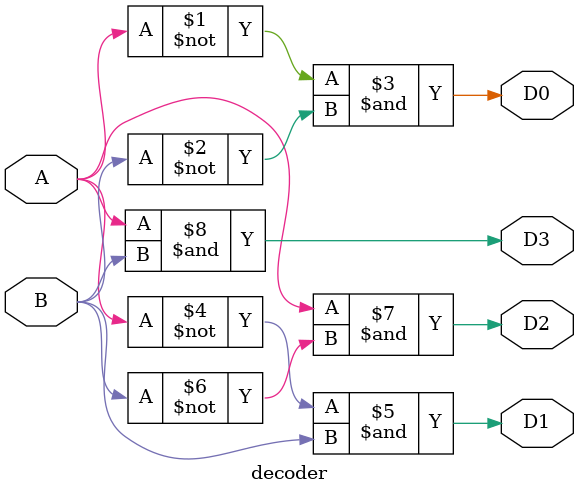
<source format=v>
`timescale 1ns / 1ps

module decoder ( input A, B, output D0, D1, D2, D3 );
  assign D0 = ~A & ~B;
  assign D1 = ~A & B;
  assign D2 = A & ~B;
  assign D3 = A & B;
endmodule
</source>
